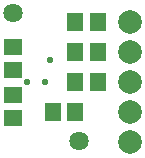
<source format=gbr>
G04 EAGLE Gerber RS-274X export*
G75*
%MOMM*%
%FSLAX34Y34*%
%LPD*%
%INSoldermask Bottom*%
%IPPOS*%
%AMOC8*
5,1,8,0,0,1.08239X$1,22.5*%
G01*
%ADD10C,2.006600*%
%ADD11R,1.427000X1.627000*%
%ADD12R,1.627000X1.427000*%
%ADD13C,1.627000*%
%ADD14C,0.584200*%


D10*
X123190Y16510D03*
X123190Y41910D03*
X123190Y67310D03*
X123190Y92710D03*
X123190Y118110D03*
D11*
X76860Y92710D03*
X95860Y92710D03*
X76860Y118110D03*
X95860Y118110D03*
D12*
X24130Y97130D03*
X24130Y78130D03*
X24130Y37490D03*
X24130Y56490D03*
D11*
X76860Y67310D03*
X95860Y67310D03*
X57810Y41910D03*
X76810Y41910D03*
D13*
X80010Y17780D03*
D14*
X36250Y67500D03*
X55000Y86250D03*
D13*
X24130Y126258D03*
D14*
X51250Y67500D03*
M02*

</source>
